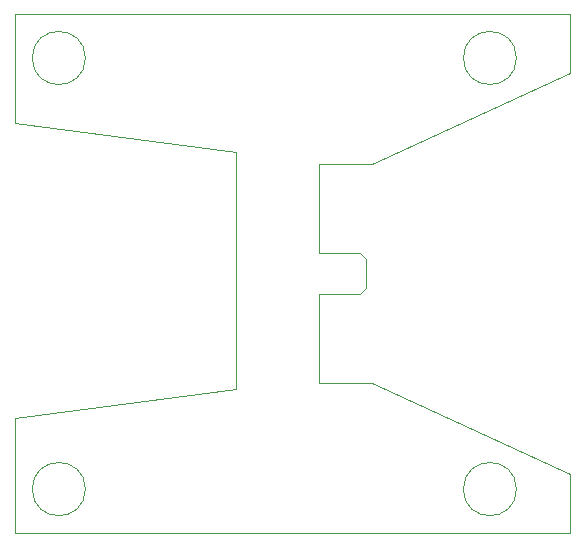
<source format=gm1>
G04 #@! TF.GenerationSoftware,KiCad,Pcbnew,(6.0.11)*
G04 #@! TF.CreationDate,2023-07-14T12:12:52+02:00*
G04 #@! TF.ProjectId,quakesr_large01,7175616b-6573-4725-9f6c-617267653031,rev?*
G04 #@! TF.SameCoordinates,Original*
G04 #@! TF.FileFunction,Profile,NP*
%FSLAX46Y46*%
G04 Gerber Fmt 4.6, Leading zero omitted, Abs format (unit mm)*
G04 Created by KiCad (PCBNEW (6.0.11)) date 2023-07-14 12:12:52*
%MOMM*%
%LPD*%
G01*
G04 APERTURE LIST*
G04 #@! TA.AperFunction,Profile*
%ADD10C,0.100000*%
G04 #@! TD*
G04 APERTURE END LIST*
D10*
X147000000Y-96000000D02*
X151500000Y-96000000D01*
X147000000Y-100250000D02*
X147000000Y-96000000D01*
X147000000Y-114500000D02*
X151500000Y-114500000D01*
X147000000Y-110250000D02*
X147000000Y-114500000D01*
X140000000Y-115000000D02*
X121250000Y-117500000D01*
X121250000Y-92500000D02*
X140000000Y-95000000D01*
X121250000Y-127250000D02*
X121250000Y-117500000D01*
X121250000Y-83250000D02*
X121250000Y-92500000D01*
X140000000Y-95000000D02*
X140000000Y-115000000D01*
X151000000Y-104000000D02*
X150500000Y-103500000D01*
X150500000Y-107000000D02*
X151000000Y-106500000D01*
X147000000Y-103500000D02*
X147000000Y-100250000D01*
X150500000Y-103500000D02*
X147000000Y-103500000D01*
X151000000Y-106500000D02*
X151000000Y-104000000D01*
X147000000Y-107000000D02*
X150500000Y-107000000D01*
X147000000Y-110250000D02*
X147000000Y-107000000D01*
X163750000Y-87000000D02*
G75*
G03*
X163750000Y-87000000I-2250000J0D01*
G01*
X163750000Y-123500000D02*
G75*
G03*
X163750000Y-123500000I-2250000J0D01*
G01*
X127250000Y-123500000D02*
G75*
G03*
X127250000Y-123500000I-2250000J0D01*
G01*
X127250000Y-87000000D02*
G75*
G03*
X127250000Y-87000000I-2250000J0D01*
G01*
X168250000Y-88250000D02*
X151500000Y-96000000D01*
X168250000Y-122250000D02*
X151500000Y-114500000D01*
X168250000Y-83250000D02*
X168250000Y-88250000D01*
X168250000Y-127250000D02*
X168250000Y-122250000D01*
X121250000Y-127250000D02*
X168250000Y-127250000D01*
X121250000Y-83250000D02*
X168250000Y-83250000D01*
M02*

</source>
